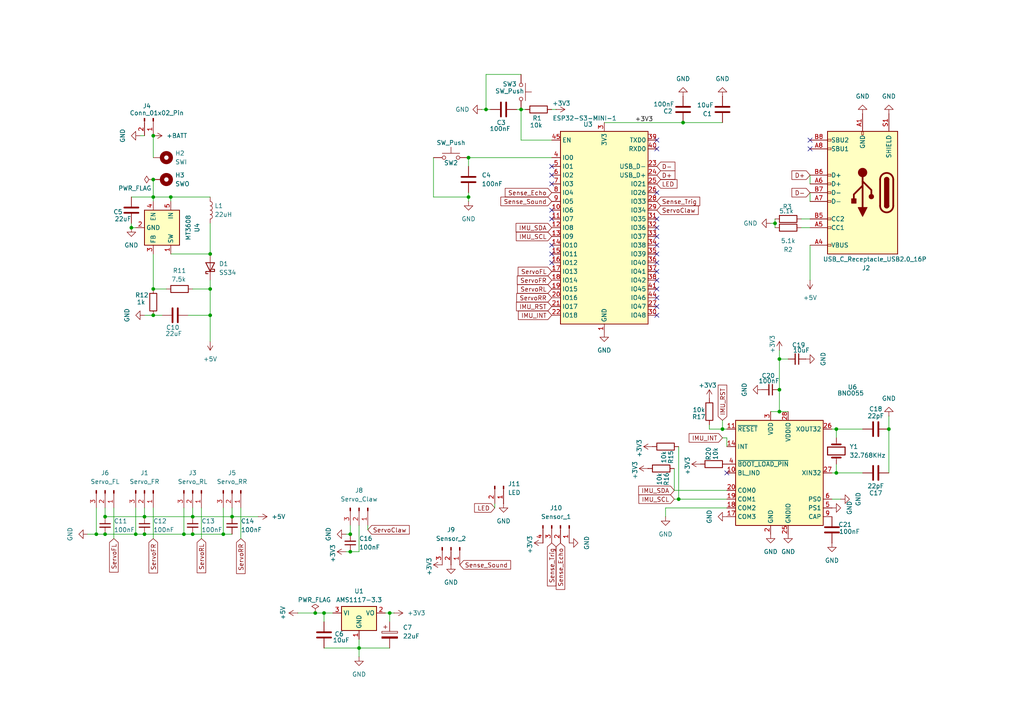
<source format=kicad_sch>
(kicad_sch (version 20250114) (generator "eeschema") (generator_version "9.0")
  (paper "A4")
  (title_block (title "Rover Board") (date "2025-06-24"))
  (lib_symbols
    (symbol "Connector:Conn_01x02_Pin" (pin_names (offset 1.016) (hide yes))
      (property "Reference" "J" (at 0 2.54 0))
      (property "Value" "Conn_01x02_Pin" (at 0 -5.08 0))
      (symbol "Conn_01x02_Pin_1_1"
        (pin passive line (at 5.08 0 180) (length 3.81) (name "Pin_1") (number "1"))
        (pin passive line (at 5.08 -2.54 180) (length 3.81) (name "Pin_2") (number "2"))
      )
    )
    (symbol "Connector:Conn_01x03_Pin" (pin_names (offset 1.016) (hide yes))
      (property "Reference" "J" (at 0 5.08 0))
      (property "Value" "Conn_01x03_Pin" (at 0 -5.08 0))
      (symbol "Conn_01x03_Pin_1_1"
        (pin passive line (at 5.08 2.54 180) (length 3.81) (name "Pin_1") (number "1"))
        (pin passive line (at 5.08 0 180) (length 3.81) (name "Pin_2") (number "2"))
        (pin passive line (at 5.08 -2.54 180) (length 3.81) (name "Pin_3") (number "3"))
      )
    )
    (symbol "Connector:Conn_01x04_Pin" (pin_names (offset 1.016) (hide yes))
      (property "Reference" "J" (at 0 5.08 0))
      (property "Value" "Conn_01x04_Pin" (at 0 -7.62 0))
      (symbol "Conn_01x04_Pin_1_1"
        (pin passive line (at 5.08 2.54 180) (length 3.81) (name "Pin_1") (number "1"))
        (pin passive line (at 5.08 0 180) (length 3.81) (name "Pin_2") (number "2"))
        (pin passive line (at 5.08 -2.54 180) (length 3.81) (name "Pin_3") (number "3"))
        (pin passive line (at 5.08 -5.08 180) (length 3.81) (name "Pin_4") (number "4"))
      )
    )
    (symbol "Connector:USB_C_Receptacle_USB2.0_16P" (pin_names (offset 1.016))
      (property "Reference" "J" (at 0 22.225 0))
      (property "Value" "USB_C_Receptacle_USB2.0_16P" (at 0 19.685 0))
      (symbol "USB_C_Receptacle_USB2.0_16P_1_1"
        (pin passive line (at -7.62 -22.86 90) (length 5.08) (name "SHIELD") (number "S1"))
        (pin passive line (at 0 -22.86 90) (length 5.08) (name "GND") (number "A1"))
        (pin passive line (at 0 -22.86 90) (length 5.08) (hide yes) (name "GND") (number "A12"))
        (pin passive line (at 0 -22.86 90) (length 5.08) (hide yes) (name "GND") (number "B1"))
        (pin passive line (at 0 -22.86 90) (length 5.08) (hide yes) (name "GND") (number "B12"))
        (pin passive line (at 15.24 15.24 180) (length 5.08) (name "VBUS") (number "A4"))
        (pin passive line (at 15.24 15.24 180) (length 5.08) (hide yes) (name "VBUS") (number "A9"))
        (pin passive line (at 15.24 15.24 180) (length 5.08) (hide yes) (name "VBUS") (number "B4"))
        (pin passive line (at 15.24 15.24 180) (length 5.08) (hide yes) (name "VBUS") (number "B9"))
        (pin bidirectional line (at 15.24 10.16 180) (length 5.08) (name "CC1") (number "A5"))
        (pin bidirectional line (at 15.24 7.62 180) (length 5.08) (name "CC2") (number "B5"))
        (pin bidirectional line (at 15.24 2.54 180) (length 5.08) (name "D-") (number "A7"))
        (pin bidirectional line (at 15.24 0 180) (length 5.08) (name "D-") (number "B7"))
        (pin bidirectional line (at 15.24 -2.54 180) (length 5.08) (name "D+") (number "A6"))
        (pin bidirectional line (at 15.24 -5.08 180) (length 5.08) (name "D+") (number "B6"))
        (pin bidirectional line (at 15.24 -12.7 180) (length 5.08) (name "SBU1") (number "A8"))
        (pin bidirectional line (at 15.24 -15.24 180) (length 5.08) (name "SBU2") (number "B8"))
      )
    )
    (symbol "Device:C" (pin_numbers (hide yes)) (pin_names (offset 0.254))
      (property "Reference" "C" (at 0.635 2.54 0))
      (property "Value" "C" (at 0.635 -2.54 0))
      (symbol "C_1_1"
        (pin passive line (at 0 3.81 270) (length 2.794) (name "~") (number "1"))
        (pin passive line (at 0 -3.81 90) (length 2.794) (name "~") (number "2"))
      )
    )
    (symbol "Device:C_Polarized" (pin_numbers (hide yes)) (pin_names (offset 0.254))
      (property "Reference" "C" (at 0.635 2.54 0))
      (property "Value" "C_Polarized" (at 0.635 -2.54 0))
      (symbol "C_Polarized_1_1"
        (pin passive line (at 0 3.81 270) (length 2.794) (name "~") (number "1"))
        (pin passive line (at 0 -3.81 90) (length 2.794) (name "~") (number "2"))
      )
    )
    (symbol "Device:C_Small" (pin_numbers (hide yes)) (pin_names (offset 0.254) (hide yes))
      (property "Reference" "C" (at 0.254 1.778 0))
      (property "Value" "C_Small" (at 0.254 -2.032 0))
      (symbol "C_Small_1_1"
        (pin passive line (at 0 2.54 270) (length 2.032) (name "~") (number "1"))
        (pin passive line (at 0 -2.54 90) (length 2.032) (name "~") (number "2"))
      )
    )
    (symbol "Device:Crystal" (pin_numbers (hide yes)) (pin_names (offset 1.016) (hide yes))
      (property "Reference" "Y" (at 0 3.81 0))
      (property "Value" "Crystal" (at 0 -3.81 0))
      (symbol "Crystal_1_1"
        (pin passive line (at -3.81 0 0) (length 1.27) (name "1") (number "1"))
        (pin passive line (at 3.81 0 180) (length 1.27) (name "2") (number "2"))
      )
    )
    (symbol "Device:L" (pin_numbers (hide yes)) (pin_names (offset 1.016) (hide yes))
      (property "Reference" "L" (at -1.27 0 90))
      (property "Value" "L" (at 1.905 0 90))
      (symbol "L_1_1"
        (pin passive line (at 0 3.81 270) (length 1.27) (name "1") (number "1"))
        (pin passive line (at 0 -3.81 90) (length 1.27) (name "2") (number "2"))
      )
    )
    (symbol "Device:R" (pin_numbers (hide yes)) (pin_names (offset 0))
      (property "Reference" "R" (at 2.032 0 90))
      (property "Value" "R" (at 0 0 90))
      (symbol "R_1_1"
        (pin passive line (at 0 3.81 270) (length 1.27) (name "~") (number "1"))
        (pin passive line (at 0 -3.81 90) (length 1.27) (name "~") (number "2"))
      )
    )
    (symbol "Diode:SS34" (pin_numbers (hide yes)) (pin_names (offset 1.016) (hide yes))
      (property "Reference" "D" (at 0 2.54 0))
      (property "Value" "SS34" (at 0 -2.54 0))
      (symbol "SS34_1_1"
        (pin passive line (at -3.81 0 0) (length 2.54) (name "K") (number "1"))
        (pin passive line (at 3.81 0 180) (length 2.54) (name "A") (number "2"))
      )
    )
    (symbol "Mechanical:MountingHole_Pad" (pin_numbers (hide yes)) (pin_names (offset 1.016) (hide yes)) (in_bom no)
      (property "Reference" "H" (at 0 6.35 0))
      (property "Value" "MountingHole_Pad" (at 0 4.445 0))
      (symbol "MountingHole_Pad_1_1"
        (pin input line (at 0 -2.54 90) (length 2.54) (name "1") (number "1"))
      )
    )
    (symbol "RF_Module:ESP32-S3-MINI-1"
      (property "Reference" "U" (at -11.43 29.21 0))
      (property "Value" "ESP32-S3-MINI-1" (at 12.7 29.21 0))
      (symbol "ESP32-S3-MINI-1_1_1"
        (pin input line (at -15.24 25.4 0) (length 2.54) (name "EN") (number "45"))
        (pin bidirectional line (at -15.24 20.32 0) (length 2.54) (name "IO0") (number "4"))
        (pin bidirectional line (at -15.24 17.78 0) (length 2.54) (name "IO1") (number "5"))
        (pin bidirectional line (at -15.24 15.24 0) (length 2.54) (name "IO2") (number "6"))
        (pin bidirectional line (at -15.24 12.7 0) (length 2.54) (name "IO3") (number "7"))
        (pin bidirectional line (at -15.24 10.16 0) (length 2.54) (name "IO4") (number "8"))
        (pin bidirectional line (at -15.24 7.62 0) (length 2.54) (name "IO5") (number "9"))
        (pin bidirectional line (at -15.24 5.08 0) (length 2.54) (name "IO6") (number "10"))
        (pin bidirectional line (at -15.24 2.54 0) (length 2.54) (name "IO7") (number "11"))
        (pin bidirectional line (at -15.24 0 0) (length 2.54) (name "IO8") (number "12"))
        (pin bidirectional line (at -15.24 -2.54 0) (length 2.54) (name "IO9") (number "13"))
        (pin bidirectional line (at -15.24 -5.08 0) (length 2.54) (name "IO10") (number "14"))
        (pin bidirectional line (at -15.24 -7.62 0) (length 2.54) (name "IO11") (number "15"))
        (pin bidirectional line (at -15.24 -10.16 0) (length 2.54) (name "IO12") (number "16"))
        (pin bidirectional line (at -15.24 -12.7 0) (length 2.54) (name "IO13") (number "17"))
        (pin bidirectional line (at -15.24 -15.24 0) (length 2.54) (name "IO14") (number "18"))
        (pin bidirectional line (at -15.24 -17.78 0) (length 2.54) (name "IO15") (number "19"))
        (pin bidirectional line (at -15.24 -20.32 0) (length 2.54) (name "IO16") (number "20"))
        (pin bidirectional line (at -15.24 -22.86 0) (length 2.54) (name "IO17") (number "21"))
        (pin bidirectional line (at -15.24 -25.4 0) (length 2.54) (name "IO18") (number "22"))
        (pin power_in line (at 0 30.48 270) (length 2.54) (name "3V3") (number "3"))
        (pin power_in line (at 0 -30.48 90) (length 2.54) (name "GND") (number "1"))
        (pin passive line (at 0 -30.48 90) (length 2.54) (hide yes) (name "GND") (number "2"))
        (pin passive line (at 0 -30.48 90) (length 2.54) (hide yes) (name "GND") (number "42"))
        (pin passive line (at 0 -30.48 90) (length 2.54) (hide yes) (name "GND") (number "43"))
        (pin passive line (at 0 -30.48 90) (length 2.54) (hide yes) (name "GND") (number "46"))
        (pin passive line (at 0 -30.48 90) (length 2.54) (hide yes) (name "GND") (number "47"))
        (pin passive line (at 0 -30.48 90) (length 2.54) (hide yes) (name "GND") (number "48"))
        (pin passive line (at 0 -30.48 90) (length 2.54) (hide yes) (name "GND") (number "49"))
        (pin passive line (at 0 -30.48 90) (length 2.54) (hide yes) (name "GND") (number "50"))
        (pin passive line (at 0 -30.48 90) (length 2.54) (hide yes) (name "GND") (number "51"))
        (pin passive line (at 0 -30.48 90) (length 2.54) (hide yes) (name "GND") (number "52"))
        (pin passive line (at 0 -30.48 90) (length 2.54) (hide yes) (name "GND") (number "53"))
        (pin passive line (at 0 -30.48 90) (length 2.54) (hide yes) (name "GND") (number "54"))
        (pin passive line (at 0 -30.48 90) (length 2.54) (hide yes) (name "GND") (number "55"))
        (pin passive line (at 0 -30.48 90) (length 2.54) (hide yes) (name "GND") (number "56"))
        (pin passive line (at 0 -30.48 90) (length 2.54) (hide yes) (name "GND") (number "57"))
        (pin passive line (at 0 -30.48 90) (length 2.54) (hide yes) (name "GND") (number "58"))
        (pin passive line (at 0 -30.48 90) (length 2.54) (hide yes) (name "GND") (number "59"))
        (pin passive line (at 0 -30.48 90) (length 2.54) (hide yes) (name "GND") (number "60"))
        (pin passive line (at 0 -30.48 90) (length 2.54) (hide yes) (name "GND") (number "61"))
        (pin passive line (at 0 -30.48 90) (length 2.54) (hide yes) (name "GND") (number "62"))
        (pin passive line (at 0 -30.48 90) (length 2.54) (hide yes) (name "GND") (number "63"))
        (pin passive line (at 0 -30.48 90) (length 2.54) (hide yes) (name "GND") (number "64"))
        (pin passive line (at 0 -30.48 90) (length 2.54) (hide yes) (name "GND") (number "65"))
        (pin bidirectional line (at 15.24 25.4 180) (length 2.54) (name "TXD0") (number "39"))
        (pin bidirectional line (at 15.24 22.86 180) (length 2.54) (name "RXD0") (number "40"))
        (pin bidirectional line (at 15.24 17.78 180) (length 2.54) (name "USB_D-") (number "23"))
        (pin bidirectional line (at 15.24 15.24 180) (length 2.54) (name "USB_D+") (number "24"))
        (pin bidirectional line (at 15.24 12.7 180) (length 2.54) (name "IO21") (number "25"))
        (pin bidirectional line (at 15.24 10.16 180) (length 2.54) (name "IO26") (number "26"))
        (pin bidirectional line (at 15.24 7.62 180) (length 2.54) (name "IO33") (number "28"))
        (pin bidirectional line (at 15.24 5.08 180) (length 2.54) (name "IO34") (number "29"))
        (pin bidirectional line (at 15.24 2.54 180) (length 2.54) (name "IO35") (number "31"))
        (pin bidirectional line (at 15.24 0 180) (length 2.54) (name "IO36") (number "32"))
        (pin bidirectional line (at 15.24 -2.54 180) (length 2.54) (name "IO37") (number "33"))
        (pin bidirectional line (at 15.24 -5.08 180) (length 2.54) (name "IO38") (number "34"))
        (pin bidirectional line (at 15.24 -7.62 180) (length 2.54) (name "IO39") (number "35"))
        (pin bidirectional line (at 15.24 -10.16 180) (length 2.54) (name "IO40") (number "36"))
        (pin bidirectional line (at 15.24 -12.7 180) (length 2.54) (name "IO41") (number "37"))
        (pin bidirectional line (at 15.24 -15.24 180) (length 2.54) (name "IO42") (number "38"))
        (pin bidirectional line (at 15.24 -17.78 180) (length 2.54) (name "IO45") (number "41"))
        (pin bidirectional line (at 15.24 -20.32 180) (length 2.54) (name "IO46") (number "44"))
        (pin bidirectional line (at 15.24 -22.86 180) (length 2.54) (name "IO47") (number "27"))
        (pin bidirectional line (at 15.24 -25.4 180) (length 2.54) (name "IO48") (number "30"))
      )
    )
    (symbol "Regulator_Linear:AMS1117-3.3"
      (property "Reference" "U" (at -3.81 3.175 0))
      (property "Value" "AMS1117-3.3" (at 0 3.175 0))
      (symbol "AMS1117-3.3_1_1"
        (pin power_in line (at -7.62 0 0) (length 2.54) (name "VI") (number "3"))
        (pin power_in line (at 0 -7.62 90) (length 2.54) (name "GND") (number "1"))
        (pin power_out line (at 7.62 0 180) (length 2.54) (name "VO") (number "2"))
      )
    )
    (symbol "Regulator_Switching:MT3608"
      (property "Reference" "U" (at -2.54 8.89 0))
      (property "Value" "MT3608" (at -3.81 6.35 0))
      (symbol "MT3608_1_1"
        (pin power_in line (at -7.62 2.54 0) (length 2.54) (name "IN") (number "5"))
        (pin input line (at -7.62 -2.54 0) (length 2.54) (name "EN") (number "4"))
        (pin power_in line (at 0 -7.62 90) (length 2.54) (name "GND") (number "2"))
        (pin no_connect line (at 5.08 0 180) (length 2.54) (hide yes) (name "NC") (number "6"))
        (pin passive line (at 7.62 2.54 180) (length 2.54) (name "SW") (number "1"))
        (pin input line (at 7.62 -2.54 180) (length 2.54) (name "FB") (number "3"))
      )
    )
    (symbol "Sensor_Motion:BNO055"
      (property "Reference" "U" (at -11.43 16.51 0))
      (property "Value" "BNO055" (at 12.7 16.51 0))
      (symbol "BNO055_1_1"
        (pin input line (at -15.24 12.7 0) (length 2.54) (name "~{RESET}") (number "11"))
        (pin output line (at -15.24 7.62 0) (length 2.54) (name "INT") (number "14"))
        (pin input line (at -15.24 2.54 0) (length 2.54) (name "~{BOOT_LOAD_PIN}") (number "4"))
        (pin output line (at -15.24 0 0) (length 2.54) (name "BL_IND") (number "10"))
        (pin bidirectional line (at -15.24 -5.08 0) (length 2.54) (name "COM0") (number "20"))
        (pin bidirectional line (at -15.24 -7.62 0) (length 2.54) (name "COM1") (number "19"))
        (pin passive line (at -15.24 -10.16 0) (length 2.54) (name "COM2") (number "18"))
        (pin input line (at -15.24 -12.7 0) (length 2.54) (name "COM3") (number "17"))
        (pin no_connect line (at -12.7 10.16 0) (length 2.54) (hide yes) (name "PIN1") (number "1"))
        (pin no_connect line (at -12.7 5.08 0) (length 2.54) (hide yes) (name "PIN7") (number "7"))
        (pin no_connect line (at -12.7 -2.54 0) (length 2.54) (hide yes) (name "PIN8") (number "8"))
        (pin power_in line (at -2.54 17.78 270) (length 2.54) (name "VDD") (number "3"))
        (pin power_in line (at -2.54 -17.78 90) (length 2.54) (name "GND") (number "2"))
        (pin power_in line (at 2.54 17.78 270) (length 2.54) (name "VDDIO") (number "28"))
        (pin power_in line (at 2.54 -17.78 90) (length 2.54) (name "GNDIO") (number "25"))
        (pin no_connect line (at 5.08 -15.24 90) (length 2.54) (hide yes) (name "PIN15") (number "15"))
        (pin no_connect line (at 7.62 -15.24 90) (length 2.54) (hide yes) (name "PIN16") (number "16"))
        (pin no_connect line (at 12.7 10.16 180) (length 2.54) (hide yes) (name "PIN12") (number "12"))
        (pin no_connect line (at 12.7 7.62 180) (length 2.54) (hide yes) (name "PIN13") (number "13"))
        (pin no_connect line (at 12.7 5.08 180) (length 2.54) (hide yes) (name "PIN21") (number "21"))
        (pin no_connect line (at 12.7 2.54 180) (length 2.54) (hide yes) (name "PIN22") (number "22"))
        (pin no_connect line (at 12.7 -2.54 180) (length 2.54) (hide yes) (name "PIN23") (number "23"))
        (pin no_connect line (at 12.7 -5.08 180) (length 2.54) (hide yes) (name "PIN24") (number "24"))
        (pin output line (at 15.24 12.7 180) (length 2.54) (name "XOUT32") (number "26"))
        (pin input line (at 15.24 0 180) (length 2.54) (name "XIN32") (number "27"))
        (pin input line (at 15.24 -7.62 180) (length 2.54) (name "PS0") (number "6"))
        (pin input line (at 15.24 -10.16 180) (length 2.54) (name "PS1") (number "5"))
        (pin passive line (at 15.24 -12.7 180) (length 2.54) (name "CAP") (number "9"))
      )
    )
    (symbol "Switch:SW_Push" (pin_numbers (hide yes)) (pin_names (offset 1.016) (hide yes))
      (property "Reference" "SW" (at 1.27 2.54 0))
      (property "Value" "SW_Push" (at 0 -1.524 0))
      (symbol "SW_Push_0_1"
        (pin passive line (at -5.08 0 0) (length 2.54) (name "1") (number "1"))
        (pin passive line (at 5.08 0 180) (length 2.54) (name "2") (number "2"))
      )
    )
    (symbol "power:+3V3" (power) (pin_numbers (hide yes)) (pin_names (offset 0) (hide yes))
      (property "Value" "+3V3" (at 0 3.556 0))
      (symbol "+3V3_1_1"
        (pin power_in line (at 0 0 90) (length 0) (name "~") (number "1"))
      )
    )
    (symbol "power:+5V" (power) (pin_numbers (hide yes)) (pin_names (offset 0) (hide yes))
      (property "Value" "+5V" (at 0 3.556 0))
      (symbol "+5V_1_1"
        (pin power_in line (at 0 0 90) (length 0) (name "~") (number "1"))
      )
    )
    (symbol "power:+BATT" (power) (pin_numbers (hide yes)) (pin_names (offset 0) (hide yes))
      (property "Value" "+BATT" (at 0 3.556 0))
      (symbol "+BATT_1_1"
        (pin power_in line (at 0 0 90) (length 0) (name "~") (number "1"))
      )
    )
    (symbol "power:GND" (power) (pin_numbers (hide yes)) (pin_names (offset 0) (hide yes))
      (property "Value" "GND" (at 0 -3.81 0))
      (symbol "GND_1_1"
        (pin power_in line (at 0 0 270) (length 0) (name "~") (number "1"))
      )
    )
    (symbol "power:PWR_FLAG" (power) (pin_numbers (hide yes)) (pin_names (offset 0) (hide yes))
      (property "Value" "PWR_FLAG" (at 0 3.81 0))
      (symbol "PWR_FLAG_0_0"
        (pin power_out line (at 0 0 90) (length 0) (name "~") (number "1"))
      )
    )
  )
  (junction (at 151.13 31.75))
  (junction (at 60.96 91.44))
  (junction (at 135.89 45.72))
  (junction (at 101.6 160.02))
  (junction (at 44.45 83.82))
  (junction (at 44.45 39.37))
  (junction (at 93.98 177.8))
  (junction (at 113.03 177.8))
  (junction (at 242.57 137.16))
  (junction (at 60.96 73.66))
  (junction (at 226.06 113.03))
  (junction (at 44.45 57.15))
  (junction (at 39.37 154.94))
  (junction (at 55.88 149.86))
  (junction (at 44.45 52.07))
  (junction (at 44.45 91.44))
  (junction (at 41.91 149.86))
  (junction (at 101.6 154.94))
  (junction (at 60.96 83.82))
  (junction (at 30.48 154.94))
  (junction (at 91.44 177.8))
  (junction (at 38.1 66.04))
  (junction (at 67.31 149.86))
  (junction (at 41.91 154.94))
  (junction (at 55.88 154.94))
  (junction (at 224.79 64.77))
  (junction (at 209.55 124.46))
  (junction (at 135.89 57.15))
  (junction (at 30.48 149.86))
  (junction (at 257.81 124.46))
  (junction (at 242.57 124.46))
  (junction (at 140.97 31.75))
  (junction (at 53.34 154.94))
  (junction (at 49.53 57.15))
  (junction (at 104.14 187.96))
  (junction (at 64.77 154.94))
  (junction (at 226.06 104.14))
  (junction (at 198.12 35.56))
  (junction (at 226.06 119.38))
  (junction (at 196.85 144.78))
  (junction (at 27.94 154.94))
  (no_connect (at 190.5 71.12))
  (no_connect (at 160.02 76.2))
  (no_connect (at 160.02 48.26))
  (no_connect (at 234.95 43.18))
  (no_connect (at 190.5 91.44))
  (no_connect (at 190.5 88.9))
  (no_connect (at 190.5 63.5))
  (no_connect (at 190.5 76.2))
  (no_connect (at 160.02 50.8))
  (no_connect (at 190.5 81.28))
  (no_connect (at 160.02 53.34))
  (no_connect (at 190.5 86.36))
  (no_connect (at 190.5 83.82))
  (no_connect (at 190.5 68.58))
  (no_connect (at 190.5 55.88))
  (no_connect (at 190.5 40.64))
  (no_connect (at 160.02 63.5))
  (no_connect (at 190.5 78.74))
  (no_connect (at 160.02 73.66))
  (no_connect (at 234.95 40.64))
  (no_connect (at 160.02 60.96))
  (no_connect (at 190.5 43.18))
  (no_connect (at 190.5 73.66))
  (no_connect (at 190.5 66.04))
  (no_connect (at 160.02 71.12))
  (no_connect (at 210.82 137.16))
  (wire (pts (xy 104.14 185.42) (xy 104.14 187.96)))
  (wire (pts (xy 193.04 147.32) (xy 193.04 149.86)))
  (wire (pts (xy 195.58 135.89) (xy 195.58 142.24)))
  (wire (pts (xy 93.98 187.96) (xy 104.14 187.96)))
  (wire (pts (xy 41.91 149.86) (xy 55.88 149.86)))
  (wire (pts (xy 257.81 137.16) (xy 257.81 124.46)))
  (wire (pts (xy 44.45 57.15) (xy 38.1 57.15)))
  (wire (pts (xy 55.88 154.94) (xy 64.77 154.94)))
  (wire (pts (xy 135.89 45.72) (xy 160.02 45.72)))
  (wire (pts (xy 27.94 154.94) (xy 30.48 154.94)))
  (wire (pts (xy 44.45 91.44) (xy 46.99 91.44)))
  (wire (pts (xy 53.34 154.94) (xy 55.88 154.94)))
  (wire (pts (xy 93.98 177.8) (xy 93.98 180.34)))
  (wire (pts (xy 91.44 177.8) (xy 93.98 177.8)))
  (wire (pts (xy 60.96 91.44) (xy 60.96 99.06)))
  (wire (pts (xy 49.53 57.15) (xy 49.53 58.42)))
  (wire (pts (xy 104.14 160.02) (xy 101.6 160.02)))
  (wire (pts (xy 234.95 66.04) (xy 232.41 66.04)))
  (wire (pts (xy 135.89 57.15) (xy 135.89 55.88)))
  (wire (pts (xy 41.91 91.44) (xy 44.45 91.44)))
  (wire (pts (xy 113.03 177.8) (xy 114.3 177.8)))
  (wire (pts (xy 209.55 127) (xy 210.82 127)))
  (wire (pts (xy 135.89 45.72) (xy 135.89 48.26)))
  (wire (pts (xy 205.74 124.46) (xy 209.55 124.46)))
  (wire (pts (xy 30.48 149.86) (xy 30.48 147.32)))
  (wire (pts (xy 242.57 134.62) (xy 242.57 137.16)))
  (wire (pts (xy 33.02 147.32) (xy 33.02 156.21)))
  (wire (pts (xy 226.06 113.03) (xy 226.06 119.38)))
  (wire (pts (xy 257.81 124.46) (xy 257.81 120.65)))
  (wire (pts (xy 44.45 57.15) (xy 44.45 58.42)))
  (wire (pts (xy 226.06 119.38) (xy 228.6 119.38)))
  (wire (pts (xy 41.91 39.37) (xy 40.64 39.37)))
  (wire (pts (xy 234.95 50.8) (xy 234.95 53.34)))
  (wire (pts (xy 224.79 66.04) (xy 224.79 64.77)))
  (wire (pts (xy 67.31 149.86) (xy 55.88 149.86)))
  (wire (pts (xy 143.51 147.32) (xy 143.51 146.05)))
  (wire (pts (xy 140.97 31.75) (xy 142.24 31.75)))
  (wire (pts (xy 125.73 45.72) (xy 125.73 57.15)))
  (wire (pts (xy 60.96 81.28) (xy 60.96 83.82)))
  (wire (pts (xy 195.58 144.78) (xy 196.85 144.78)))
  (wire (pts (xy 30.48 149.86) (xy 41.91 149.86)))
  (wire (pts (xy 226.06 101.6) (xy 226.06 104.14)))
  (wire (pts (xy 196.85 144.78) (xy 210.82 144.78)))
  (wire (pts (xy 151.13 31.75) (xy 149.86 31.75)))
  (wire (pts (xy 41.91 147.32) (xy 41.91 149.86)))
  (wire (pts (xy 234.95 55.88) (xy 234.95 58.42)))
  (wire (pts (xy 151.13 21.59) (xy 140.97 21.59)))
  (wire (pts (xy 234.95 71.12) (xy 234.95 81.28)))
  (wire (pts (xy 140.97 21.59) (xy 140.97 31.75)))
  (wire (pts (xy 113.03 177.8) (xy 113.03 180.34)))
  (wire (pts (xy 226.06 104.14) (xy 228.6 104.14)))
  (wire (pts (xy 27.94 147.32) (xy 27.94 154.94)))
  (wire (pts (xy 60.96 57.15) (xy 49.53 57.15)))
  (wire (pts (xy 205.74 124.46) (xy 205.74 123.19)))
  (wire (pts (xy 104.14 190.5) (xy 104.14 187.96)))
  (wire (pts (xy 60.96 64.77) (xy 60.96 73.66)))
  (wire (pts (xy 196.85 129.54) (xy 196.85 144.78)))
  (wire (pts (xy 64.77 154.94) (xy 64.77 147.32)))
  (wire (pts (xy 224.79 64.77) (xy 224.79 63.5)))
  (wire (pts (xy 44.45 147.32) (xy 44.45 156.21)))
  (wire (pts (xy 250.19 137.16) (xy 242.57 137.16)))
  (wire (pts (xy 101.6 154.94) (xy 101.6 152.4)))
  (wire (pts (xy 151.13 31.75) (xy 151.13 40.64)))
  (wire (pts (xy 25.4 154.94) (xy 27.94 154.94)))
  (wire (pts (xy 209.55 124.46) (xy 210.82 124.46)))
  (wire (pts (xy 104.14 187.96) (xy 113.03 187.96)))
  (wire (pts (xy 198.12 35.56) (xy 209.55 35.56)))
  (wire (pts (xy 161.29 31.75) (xy 160.02 31.75)))
  (wire (pts (xy 135.89 58.42) (xy 135.89 57.15)))
  (wire (pts (xy 195.58 142.24) (xy 210.82 142.24)))
  (wire (pts (xy 55.88 83.82) (xy 60.96 83.82)))
  (wire (pts (xy 55.88 147.32) (xy 55.88 149.86)))
  (wire (pts (xy 125.73 57.15) (xy 135.89 57.15)))
  (wire (pts (xy 58.42 147.32) (xy 58.42 156.21)))
  (wire (pts (xy 44.45 52.07) (xy 44.45 57.15)))
  (wire (pts (xy 242.57 137.16) (xy 241.3 137.16)))
  (wire (pts (xy 44.45 39.37) (xy 44.45 45.72)))
  (wire (pts (xy 101.6 160.02) (xy 100.33 160.02)))
  (wire (pts (xy 139.7 31.75) (xy 140.97 31.75)))
  (wire (pts (xy 209.55 121.92) (xy 209.55 124.46)))
  (wire (pts (xy 60.96 73.66) (xy 49.53 73.66)))
  (wire (pts (xy 242.57 124.46) (xy 241.3 124.46)))
  (wire (pts (xy 39.37 154.94) (xy 41.91 154.94)))
  (wire (pts (xy 54.61 91.44) (xy 60.96 91.44)))
  (wire (pts (xy 223.52 64.77) (xy 224.79 64.77)))
  (wire (pts (xy 232.41 63.5) (xy 234.95 63.5)))
  (wire (pts (xy 44.45 83.82) (xy 48.26 83.82)))
  (wire (pts (xy 226.06 104.14) (xy 226.06 113.03)))
  (wire (pts (xy 44.45 73.66) (xy 44.45 83.82)))
  (wire (pts (xy 64.77 154.94) (xy 67.31 154.94)))
  (wire (pts (xy 243.84 144.78) (xy 241.3 144.78)))
  (wire (pts (xy 41.91 154.94) (xy 53.34 154.94)))
  (wire (pts (xy 53.34 147.32) (xy 53.34 154.94)))
  (wire (pts (xy 210.82 127) (xy 210.82 129.54)))
  (wire (pts (xy 152.4 31.75) (xy 151.13 31.75)))
  (wire (pts (xy 210.82 147.32) (xy 193.04 147.32)))
  (wire (pts (xy 223.52 119.38) (xy 226.06 119.38)))
  (wire (pts (xy 30.48 154.94) (xy 39.37 154.94)))
  (wire (pts (xy 49.53 57.15) (xy 44.45 57.15)))
  (wire (pts (xy 38.1 64.77) (xy 38.1 66.04)))
  (wire (pts (xy 69.85 147.32) (xy 69.85 156.21)))
  (wire (pts (xy 151.13 40.64) (xy 160.02 40.64)))
  (wire (pts (xy 86.36 177.8) (xy 91.44 177.8)))
  (wire (pts (xy 175.26 35.56) (xy 198.12 35.56)))
  (wire (pts (xy 39.37 66.04) (xy 38.1 66.04)))
  (wire (pts (xy 106.68 153.67) (xy 106.68 152.4)))
  (wire (pts (xy 113.03 177.8) (xy 111.76 177.8)))
  (wire (pts (xy 39.37 147.32) (xy 39.37 154.94)))
  (wire (pts (xy 67.31 149.86) (xy 74.93 149.86)))
  (wire (pts (xy 104.14 152.4) (xy 104.14 160.02)))
  (wire (pts (xy 93.98 177.8) (xy 96.52 177.8)))
  (wire (pts (xy 250.19 124.46) (xy 242.57 124.46)))
  (wire (pts (xy 67.31 149.86) (xy 67.31 147.32)))
  (wire (pts (xy 100.33 154.94) (xy 101.6 154.94)))
  (wire (pts (xy 60.96 83.82) (xy 60.96 91.44)))
  (wire (pts (xy 242.57 124.46) (xy 242.57 127)))
  (label "+3V3" (at 184.15 35.56 0))
  (global_label "Sense_Echo" (shape input) (at 162.56 157.48 270) (property "Intersheetrefs" "${INTERSHEET_REFS}" (effects (hide yes))))
  (global_label "IMU_SDA" (shape input) (at 160.02 66.04 180) (property "Intersheetrefs" "${INTERSHEET_REFS}" (effects (hide yes))))
  (global_label "ServoRL" (shape input) (at 58.42 156.21 270) (property "Intersheetrefs" "${INTERSHEET_REFS}" (effects (hide yes))))
  (global_label "ServoFL" (shape input) (at 160.02 78.74 180) (property "Intersheetrefs" "${INTERSHEET_REFS}" (effects (hide yes))))
  (global_label "D-" (shape input) (at 190.5 48.26 0) (property "Intersheetrefs" "${INTERSHEET_REFS}" (effects (hide yes))))
  (global_label "ServoRL" (shape input) (at 160.02 83.82 180) (property "Intersheetrefs" "${INTERSHEET_REFS}" (effects (hide yes))))
  (global_label "IMU_SCL" (shape input) (at 195.58 144.78 180) (property "Intersheetrefs" "${INTERSHEET_REFS}" (effects (hide yes))))
  (global_label "ServoClaw" (shape input) (at 190.5 60.96 0) (property "Intersheetrefs" "${INTERSHEET_REFS}" (effects (hide yes))))
  (global_label "Sense_Trig" (shape input) (at 190.5 58.42 0) (property "Intersheetrefs" "${INTERSHEET_REFS}" (effects (hide yes))))
  (global_label "IMU_SDA" (shape input) (at 195.58 142.24 180) (property "Intersheetrefs" "${INTERSHEET_REFS}" (effects (hide yes))))
  (global_label "ServoClaw" (shape input) (at 106.68 153.67 0) (property "Intersheetrefs" "${INTERSHEET_REFS}" (effects (hide yes))))
  (global_label "LED" (shape input) (at 190.5 53.34 0) (property "Intersheetrefs" "${INTERSHEET_REFS}" (effects (hide yes))))
  (global_label "Sense_Trig" (shape input) (at 160.02 157.48 270) (property "Intersheetrefs" "${INTERSHEET_REFS}" (effects (hide yes))))
  (global_label "ServoFR" (shape input) (at 44.45 156.21 270) (property "Intersheetrefs" "${INTERSHEET_REFS}" (effects (hide yes))))
  (global_label "LED" (shape input) (at 143.51 147.32 180) (property "Intersheetrefs" "${INTERSHEET_REFS}" (effects (hide yes))))
  (global_label "IMU_SCL" (shape input) (at 160.02 68.58 180) (property "Intersheetrefs" "${INTERSHEET_REFS}" (effects (hide yes))))
  (global_label "ServoFL" (shape input) (at 33.02 156.21 270) (property "Intersheetrefs" "${INTERSHEET_REFS}" (effects (hide yes))))
  (global_label "Sense_Sound" (shape input) (at 133.35 163.83 0) (property "Intersheetrefs" "${INTERSHEET_REFS}" (effects (hide yes))))
  (global_label "D-" (shape input) (at 234.95 55.88 180) (property "Intersheetrefs" "${INTERSHEET_REFS}" (effects (hide yes))))
  (global_label "D+" (shape input) (at 190.5 50.8 0) (property "Intersheetrefs" "${INTERSHEET_REFS}" (effects (hide yes))))
  (global_label "ServoRR" (shape input) (at 160.02 86.36 180) (property "Intersheetrefs" "${INTERSHEET_REFS}" (effects (hide yes))))
  (global_label "IMU_INT" (shape input) (at 209.55 127 180) (property "Intersheetrefs" "${INTERSHEET_REFS}" (effects (hide yes))))
  (global_label "IMU_INT" (shape input) (at 160.02 91.44 180) (property "Intersheetrefs" "${INTERSHEET_REFS}" (effects (hide yes))))
  (global_label "ServoRR" (shape input) (at 69.85 156.21 270) (property "Intersheetrefs" "${INTERSHEET_REFS}" (effects (hide yes))))
  (global_label "D+" (shape input) (at 234.95 50.8 180) (property "Intersheetrefs" "${INTERSHEET_REFS}" (effects (hide yes))))
  (global_label "IMU_RST" (shape input) (at 209.55 121.92 90) (property "Intersheetrefs" "${INTERSHEET_REFS}" (effects (hide yes))))
  (global_label "Sense_Sound" (shape input) (at 160.02 58.42 180) (property "Intersheetrefs" "${INTERSHEET_REFS}" (effects (hide yes))))
  (global_label "ServoFR" (shape input) (at 160.02 81.28 180) (property "Intersheetrefs" "${INTERSHEET_REFS}" (effects (hide yes))))
  (global_label "Sense_Echo" (shape input) (at 160.02 55.88 180) (property "Intersheetrefs" "${INTERSHEET_REFS}" (effects (hide yes))))
  (global_label "IMU_RST" (shape input) (at 160.02 88.9 180) (property "Intersheetrefs" "${INTERSHEET_REFS}" (effects (hide yes))))
  (symbol (lib_id "Connector:Conn_01x03_Pin") (at 104.14 147.32 270) (unit 1)
    (property "Reference" "J8" (at 104.14 142.24 90))
    (property "Value" "Servo_Claw" (at 104.14 144.78 90))
    (property "Footprint" "Connector_PinHeader_2.54mm:PinHeader_1x03_P2.54mm_Vertical" (effects (hide yes)))
    (property "Description" "Generic connector, single row, 01x03, script generated" (effects (hide yes)))
  )
  (symbol (lib_id "Connector:Conn_01x03_Pin") (at 41.91 142.24 270) (unit 1)
    (property "Reference" "J1" (at 41.91 137.16 90))
    (property "Value" "Servo_FR" (at 41.91 139.7 90))
    (property "Footprint" "Connector_PinHeader_2.54mm:PinHeader_1x03_P2.54mm_Vertical" (effects (hide yes)))
    (property "Description" "Generic connector, single row, 01x03, script generated" (effects (hide yes)))
  )
  (symbol (lib_id "power:GND") (at 25.4 154.94 270) (unit 1)
    (property "Reference" "#PWR029" (effects (hide yes)))
    (property "Value" "GND" (at 20.32 154.94 0))
    (property "Description" "Power symbol creates a global label with name \"GND\" , ground" (effects (hide yes)))
  )
  (symbol (lib_id "power:GND") (at 100.33 154.94 270) (unit 1)
    (property "Reference" "#PWR038" (effects (hide yes)))
    (property "Value" "GND" (at 95.25 154.94 0))
    (property "Description" "Power symbol creates a global label with name \"GND\" , ground" (effects (hide yes)))
  )
  (symbol (lib_id "power:GND") (at 209.55 27.94 180) (unit 1)
    (property "Reference" "#PWR016" (effects (hide yes)))
    (property "Value" "GND" (at 209.55 22.86 0))
    (property "Description" "Power symbol creates a global label with name \"GND\" , ground" (effects (hide yes)))
  )
  (symbol (lib_id "power:GND") (at 175.26 96.52 0) (unit 1)
    (property "Reference" "#PWR05" (effects (hide yes)))
    (property "Value" "GND" (at 175.26 101.6 0))
    (property "Description" "Power symbol creates a global label with name \"GND\" , ground" (effects (hide yes)))
  )
  (symbol (lib_id "RF_Module:ESP32-S3-MINI-1") (at 175.26 66.04 0) (unit 1)
    (property "Reference" "U3" (at 169.164 36.068 0) (effects (justify left)))
    (property "Value" "ESP32-S3-MINI-1" (at 160.274 34.29 0) (effects (justify left)))
    (property "Footprint" "RF_Module:ESP32-S2-MINI-1" (effects (hide yes)))
    (property "Datasheet" "https://www.espressif.com/sites/default/files/documentation/esp32-s3-mini-1_mini-1u_datasheet_en.pdf" (effects (hide yes)))
    (property "Description" "RF Module, ESP32-S3 SoC, Wi-Fi 802.11b/g/n, Bluetooth, BLE, 32-bit, 3.3V, SMD, onboard antenna" (effects (hide yes)))
  )
  (symbol (lib_id "power:+3V3") (at 205.74 115.57 0) (unit 1)
    (property "Reference" "#PWR054" (effects (hide yes)))
    (property "Value" "+3V3" (at 205.232 111.76 0))
    (property "Description" "Power symbol creates a global label with name \"+3V3\"" (effects (hide yes)))
  )
  (symbol (lib_id "Mechanical:MountingHole_Pad") (at 46.99 52.07 270) (unit 1) (in_bom no)
    (property "Reference" "H3" (at 50.8 50.7999 90) (effects (justify left)))
    (property "Value" "SWO" (at 50.8 53.34 90) (effects (justify left)))
    (property "Footprint" "Connector_Wire:SolderWire-1.5sqmm_1x01_D1.7mm_OD3mm" (effects (hide yes)))
    (property "Description" "Mounting Hole with connection" (effects (hide yes)))
  )
  (symbol (lib_id "power:+BATT") (at 44.45 39.37 270) (unit 1)
    (property "Reference" "#PWR032" (effects (hide yes)))
    (property "Value" "+BATT" (at 48.26 39.3699 90) (effects (justify left)))
    (property "Description" "Power symbol creates a global label with name \"+BATT\"" (effects (hide yes)))
  )
  (symbol (lib_id "Device:C") (at 93.98 184.15 180) (unit 1)
    (property "Reference" "C6" (at 97.028 183.896 0) (effects (justify right)))
    (property "Value" "10uF" (at 96.52 185.674 0) (effects (justify right)))
    (property "Footprint" "Capacitor_SMD:C_0603_1608Metric" (effects (hide yes)))
    (property "Description" "Unpolarized capacitor" (effects (hide yes)))
  )
  (symbol (lib_id "Device:R") (at 156.21 31.75 270) (unit 1)
    (property "Reference" "R1" (at 154.432 34.29 90) (effects (justify left)))
    (property "Value" "10k" (at 153.67 36.322 90) (effects (justify left)))
    (property "Footprint" "Resistor_SMD:R_0603_1608Metric" (effects (hide yes)))
    (property "Description" "Resistor" (effects (hide yes)))
  )
  (symbol (lib_id "power:GND") (at 165.1 157.48 90) (unit 1)
    (property "Reference" "#PWR033" (effects (hide yes)))
    (property "Value" "GND" (at 170.18 157.48 0))
    (property "Description" "Power symbol creates a global label with name \"GND\" , ground" (effects (hide yes)))
  )
  (symbol (lib_id "Device:R") (at 228.6 66.04 270) (unit 1)
    (property "Reference" "R2" (at 228.6 72.39 90))
    (property "Value" "5.1k" (at 228.6 69.85 90))
    (property "Footprint" "Resistor_SMD:R_0603_1608Metric" (effects (hide yes)))
    (property "Description" "Resistor" (effects (hide yes)))
  )
  (symbol (lib_id "Switch:SW_Push") (at 130.81 45.72 0) (unit 1)
    (property "Reference" "SW2" (at 130.81 47.244 0))
    (property "Value" "SW_Push" (at 130.81 41.402 0))
    (property "Footprint" "Button_Switch_SMD:SW_SPST_PTS647_Sx50" (effects (hide yes)))
    (property "Description" "Push button switch, generic, two pins" (effects (hide yes)))
  )
  (symbol (lib_id "Connector:Conn_01x03_Pin") (at 30.48 142.24 270) (unit 1)
    (property "Reference" "J6" (at 30.48 137.16 90))
    (property "Value" "Servo_FL" (at 30.48 139.7 90))
    (property "Footprint" "Connector_PinHeader_2.54mm:PinHeader_1x03_P2.54mm_Vertical" (effects (hide yes)))
    (property "Description" "Generic connector, single row, 01x03, script generated" (effects (hide yes)))
  )
  (symbol (lib_id "Device:C") (at 50.8 91.44 90) (unit 1)
    (property "Reference" "C10" (at 52.07 94.996 90) (effects (justify left)))
    (property "Value" "22uF" (at 52.832 96.774 90) (effects (justify left)))
    (property "Footprint" "Capacitor_SMD:C_0603_1608Metric" (effects (hide yes)))
    (property "Description" "Unpolarized capacitor" (effects (hide yes)))
  )
  (symbol (lib_id "power:GND") (at 139.7 31.75 270) (unit 1)
    (property "Reference" "#PWR07" (effects (hide yes)))
    (property "Value" "GND" (at 134.112 31.75 90))
    (property "Description" "Power symbol creates a global label with name \"GND\" , ground" (effects (hide yes)))
  )
  (symbol (lib_id "power:GND") (at 228.6 154.94 0) (unit 1)
    (property "Reference" "#PWR043" (effects (hide yes)))
    (property "Value" "GND" (at 228.6 160.02 0))
    (property "Description" "Power symbol creates a global label with name \"GND\" , ground" (effects (hide yes)))
  )
  (symbol (lib_id "Switch:SW_Push") (at 151.13 26.67 270) (unit 1)
    (property "Reference" "SW3" (at 147.828 24.384 90))
    (property "Value" "SW_Push" (at 147.828 26.416 90))
    (property "Footprint" "Button_Switch_SMD:SW_SPST_PTS647_Sx50" (effects (hide yes)))
    (property "Description" "Push button switch, generic, two pins" (effects (hide yes)))
  )
  (symbol (lib_id "Device:R") (at 207.01 134.62 270) (unit 1)
    (property "Reference" "R20" (at 205.486 131.572 0))
    (property "Value" "10k" (at 207.518 131.572 0))
    (property "Footprint" "Resistor_SMD:R_0603_1608Metric" (effects (hide yes)))
    (property "Description" "Resistor" (effects (hide yes)))
  )
  (symbol (lib_id "Device:C") (at 209.55 31.75 180) (unit 1)
    (property "Reference" "C1" (at 206.502 33.02 0) (effects (justify left)))
    (property "Value" "10uF" (at 207.01 30.48 0) (effects (justify left)))
    (property "Footprint" "Capacitor_SMD:C_0603_1608Metric" (effects (hide yes)))
    (property "Description" "Unpolarized capacitor" (effects (hide yes)))
  )
  (symbol (lib_id "Device:C") (at 135.89 52.07 0) (unit 1)
    (property "Reference" "C4" (at 139.7 50.7999 0) (effects (justify left)))
    (property "Value" "100nF" (at 139.7 53.3399 0) (effects (justify left)))
    (property "Footprint" "Capacitor_SMD:C_0603_1608Metric" (effects (hide yes)))
    (property "Description" "Unpolarized capacitor" (effects (hide yes)))
  )
  (symbol (lib_id "Connector:Conn_01x03_Pin") (at 130.81 158.75 270) (unit 1)
    (property "Reference" "J9" (at 130.81 153.67 90))
    (property "Value" "Sensor_2" (at 130.81 156.21 90))
    (property "Footprint" "Connector_JST:JST_XH_B3B-XH-A_1x03_P2.50mm_Vertical" (effects (hide yes)))
    (property "Description" "Generic connector, single row, 01x03, script generated" (effects (hide yes)))
  )
  (symbol (lib_id "Device:C_Small") (at 67.31 152.4 0) (unit 1)
    (property "Reference" "C14" (at 69.85 151.1362 0) (effects (justify left)))
    (property "Value" "100nF" (at 69.85 153.6762 0) (effects (justify left)))
    (property "Footprint" "Capacitor_SMD:C_0603_1608Metric" (effects (hide yes)))
    (property "Description" "Unpolarized capacitor, small symbol" (effects (hide yes)))
  )
  (symbol (lib_id "power:+5V") (at 234.95 81.28 180) (unit 1)
    (property "Reference" "#PWR013" (effects (hide yes)))
    (property "Value" "+5V" (at 234.95 86.36 0))
    (property "Description" "Power symbol creates a global label with name \"+5V\"" (effects (hide yes)))
  )
  (symbol (lib_id "power:GND") (at 41.91 91.44 270) (unit 1)
    (property "Reference" "#PWR015" (effects (hide yes)))
    (property "Value" "GND" (at 36.83 91.44 0))
    (property "Description" "Power symbol creates a global label with name \"GND\" , ground" (effects (hide yes)))
  )
  (symbol (lib_id "Device:R") (at 191.77 135.89 90) (unit 1)
    (property "Reference" "R16" (at 193.294 138.938 0))
    (property "Value" "10k" (at 191.262 138.938 0))
    (property "Footprint" "Resistor_SMD:R_0603_1608Metric" (effects (hide yes)))
    (property "Description" "Resistor" (effects (hide yes)))
  )
  (symbol (lib_id "power:GND") (at 241.3 157.48 0) (unit 1)
    (property "Reference" "#PWR046" (effects (hide yes)))
    (property "Value" "GND" (at 241.3 162.56 0))
    (property "Description" "Power symbol creates a global label with name \"GND\" , ground" (effects (hide yes)))
  )
  (symbol (lib_id "power:GND") (at 223.52 64.77 270) (unit 1)
    (property "Reference" "#PWR010" (effects (hide yes)))
    (property "Value" "GND" (at 219.71 64.7701 90) (effects (justify right)))
    (property "Description" "Power symbol creates a global label with name \"GND\" , ground" (effects (hide yes)))
  )
  (symbol (lib_id "power:GND") (at 243.84 144.78 90) (unit 1)
    (property "Reference" "#PWR048" (effects (hide yes)))
    (property "Value" "GND" (at 248.92 144.78 0))
    (property "Description" "Power symbol creates a global label with name \"GND\" , ground" (effects (hide yes)))
  )
  (symbol (lib_id "Device:C_Polarized") (at 113.03 184.15 0) (unit 1)
    (property "Reference" "C7" (at 116.84 181.9909 0) (effects (justify left)))
    (property "Value" "22uF" (at 116.84 184.5309 0) (effects (justify left)))
    (property "Footprint" "Capacitor_Tantalum_SMD:CP_EIA-3216-18_Kemet-A" (effects (hide yes)))
    (property "Description" "Polarized capacitor" (effects (hide yes)))
  )
  (symbol (lib_id "Regulator_Switching:MT3608") (at 46.99 66.04 270) (unit 1)
    (property "Reference" "U4" (at 57.15 66.04 0))
    (property "Value" "MT3608" (at 54.61 66.04 0))
    (property "Footprint" "Package_TO_SOT_SMD:SOT-23-6" (effects (hide yes)))
    (property "Datasheet" "https://www.olimex.com/Products/Breadboarding/BB-PWR-3608/resources/MT3608.pdf" (effects (hide yes)))
    (property "Description" "High Efficiency 1.2MHz 2A Step Up Converter, 2-24V Vin, 28V Vout, 4A current limit, 1.2MHz, SOT23-6" (effects (hide yes)))
  )
  (symbol (lib_id "Connector:Conn_01x03_Pin") (at 55.88 142.24 270) (unit 1)
    (property "Reference" "J3" (at 55.88 137.16 90))
    (property "Value" "Servo_RL" (at 55.88 139.7 90))
    (property "Footprint" "Connector_PinHeader_2.54mm:PinHeader_1x03_P2.54mm_Vertical" (effects (hide yes)))
    (property "Description" "Generic connector, single row, 01x03, script generated" (effects (hide yes)))
  )
  (symbol (lib_id "Device:C_Small") (at 223.52 113.03 270) (unit 1)
    (property "Reference" "C20" (at 224.79 108.966 90) (effects (justify right)))
    (property "Value" "100nF" (at 226.06 110.49 90) (effects (justify right)))
    (property "Footprint" "Capacitor_SMD:C_0603_1608Metric" (effects (hide yes)))
    (property "Description" "Unpolarized capacitor, small symbol" (effects (hide yes)))
  )
  (symbol (lib_id "power:GND") (at 193.04 149.86 0) (unit 1)
    (property "Reference" "#PWR053" (effects (hide yes)))
    (property "Value" "GND" (at 193.04 154.94 0))
    (property "Description" "Power symbol creates a global label with name \"GND\" , ground" (effects (hide yes)))
  )
  (symbol (lib_id "Connector:USB_C_Receptacle_USB2.0_16P") (at 250.19 55.88 180) (unit 1)
    (property "Reference" "J2" (at 251.206 77.724 0))
    (property "Value" "USB_C_Receptacle_USB2.0_16P" (at 253.746 75.184 0))
    (property "Footprint" "Connector_USB:USB_C_Receptacle_GCT_USB4105-xx-A_16P_TopMnt_Horizontal" (effects (hide yes)))
    (property "Datasheet" "https://www.usb.org/sites/default/files/documents/usb_type-c.zip" (effects (hide yes)))
    (property "Description" "USB 2.0-only 16P Type-C Receptacle connector" (effects (hide yes)))
  )
  (symbol (lib_id "power:PWR_FLAG") (at 91.44 177.8 0) (unit 1)
    (property "Reference" "#FLG02" (effects (hide yes)))
    (property "Value" "PWR_FLAG" (at 86.36 173.99 0) (effects (justify left)))
    (property "Description" "Special symbol for telling ERC where power comes from" (effects (hide yes)))
  )
  (symbol (lib_id "Device:R") (at 52.07 83.82 90) (unit 1)
    (property "Reference" "R11" (at 52.07 78.486 90))
    (property "Value" "7.5k" (at 51.816 81.026 90))
    (property "Footprint" "Resistor_SMD:R_0603_1608Metric" (effects (hide yes)))
    (property "Description" "Resistor" (effects (hide yes)))
  )
  (symbol (lib_id "power:GND") (at 241.3 147.32 90) (unit 1)
    (property "Reference" "#PWR049" (effects (hide yes)))
    (property "Value" "GND" (at 246.38 147.32 0))
    (property "Description" "Power symbol creates a global label with name \"GND\" , ground" (effects (hide yes)))
  )
  (symbol (lib_id "power:+3V3") (at 128.27 163.83 90) (unit 1)
    (property "Reference" "#PWR031" (effects (hide yes)))
    (property "Value" "+3V3" (at 124.46 164.338 0))
    (property "Description" "Power symbol creates a global label with name \"+3V3\"" (effects (hide yes)))
  )
  (symbol (lib_id "power:GND") (at 104.14 190.5 0) (unit 1)
    (property "Reference" "#PWR09" (effects (hide yes)))
    (property "Value" "GND" (at 104.14 195.58 0))
    (property "Description" "Power symbol creates a global label with name \"GND\" , ground" (effects (hide yes)))
  )
  (symbol (lib_id "power:+3V3") (at 226.06 101.6 0) (unit 1)
    (property "Reference" "#PWR040" (effects (hide yes)))
    (property "Value" "+3V3" (at 224.028 99.822 90))
    (property "Description" "Power symbol creates a global label with name \"+3V3\"" (effects (hide yes)))
  )
  (symbol (lib_id "power:GND") (at 257.81 33.02 180) (unit 1)
    (property "Reference" "#PWR012" (effects (hide yes)))
    (property "Value" "GND" (at 257.81 27.94 0))
    (property "Description" "Power symbol creates a global label with name \"GND\" , ground" (effects (hide yes)))
  )
  (symbol (lib_id "power:GND") (at 257.81 120.65 180) (unit 1)
    (property "Reference" "#PWR047" (effects (hide yes)))
    (property "Value" "GND" (at 257.81 115.57 0))
    (property "Description" "Power symbol creates a global label with name \"GND\" , ground" (effects (hide yes)))
  )
  (symbol (lib_id "power:GND") (at 198.12 27.94 180) (unit 1)
    (property "Reference" "#PWR04" (effects (hide yes)))
    (property "Value" "GND" (at 198.12 22.86 0))
    (property "Description" "Power symbol creates a global label with name \"GND\" , ground" (effects (hide yes)))
  )
  (symbol (lib_id "Connector:Conn_01x02_Pin") (at 44.45 34.29 270) (unit 1)
    (property "Reference" "J4" (at 41.402 30.734 90) (effects (justify left)))
    (property "Value" "Conn_01x02_Pin" (at 37.592 32.766 90) (effects (justify left)))
    (property "Footprint" "Connector_Molex:Molex_PicoBlade_53048-0210_1x02_P1.25mm_Horizontal" (effects (hide yes)))
    (property "Description" "Generic connector, single row, 01x02, script generated" (effects (hide yes)))
  )
  (symbol (lib_id "power:GND") (at 135.89 58.42 0) (unit 1)
    (property "Reference" "#PWR08" (effects (hide yes)))
    (property "Value" "GND" (at 135.89 63.5 0))
    (property "Description" "Power symbol creates a global label with name \"GND\" , ground" (effects (hide yes)))
  )
  (symbol (lib_id "power:GND") (at 146.05 146.05 0) (unit 1)
    (property "Reference" "#PWR035" (effects (hide yes)))
    (property "Value" "GND" (at 146.05 151.13 0))
    (property "Description" "Power symbol creates a global label with name \"GND\" , ground" (effects (hide yes)))
  )
  (symbol (lib_id "Device:C") (at 254 137.16 270) (unit 1)
    (property "Reference" "C17" (at 254 143.002 90))
    (property "Value" "22pF" (at 254 140.97 90))
    (property "Footprint" "Capacitor_SMD:C_0603_1608Metric" (effects (hide yes)))
    (property "Description" "Unpolarized capacitor" (effects (hide yes)))
  )
  (symbol (lib_id "power:GND") (at 38.1 66.04 0) (unit 1)
    (property "Reference" "#PWR021" (effects (hide yes)))
    (property "Value" "GND" (at 38.1 71.12 0))
    (property "Description" "Power symbol creates a global label with name \"GND\" , ground" (effects (hide yes)))
  )
  (symbol (lib_id "Device:C_Small") (at 101.6 157.48 180) (unit 1)
    (property "Reference" "C16" (at 104.14 156.2035 0) (effects (justify right)))
    (property "Value" "100nF" (at 104.14 158.7435 0) (effects (justify right)))
    (property "Footprint" "Capacitor_SMD:C_0603_1608Metric" (effects (hide yes)))
    (property "Description" "Unpolarized capacitor, small symbol" (effects (hide yes)))
  )
  (symbol (lib_id "power:GND") (at 250.19 33.02 180) (unit 1)
    (property "Reference" "#PWR011" (effects (hide yes)))
    (property "Value" "GND" (at 250.19 27.94 0))
    (property "Description" "Power symbol creates a global label with name \"GND\" , ground" (effects (hide yes)))
  )
  (symbol (lib_id "Diode:SS34") (at 60.96 77.47 90) (unit 1)
    (property "Reference" "D1" (at 63.5 76.5174 90) (effects (justify right)))
    (property "Value" "SS34" (at 63.5 79.0574 90) (effects (justify right)))
    (property "Footprint" "Diode_SMD:D_SMA" (effects (hide yes)))
    (property "Datasheet" "https://www.vishay.com/docs/88751/ss32.pdf" (effects (hide yes)))
    (property "Description" "40V 3A Schottky Diode, SMA" (effects (hide yes)))
  )
  (symbol (lib_id "Connector:Conn_01x04_Pin") (at 162.56 152.4 270) (unit 1)
    (property "Reference" "J10" (at 161.29 147.32 90))
    (property "Value" "Sensor_1" (at 161.29 149.86 90))
    (property "Footprint" "Connector_JST:JST_XH_B4B-XH-A_1x04_P2.50mm_Vertical" (effects (hide yes)))
    (property "Description" "Generic connector, single row, 01x04, script generated" (effects (hide yes)))
  )
  (symbol (lib_id "power:+5V") (at 60.96 99.06 180) (unit 1)
    (property "Reference" "#PWR017" (effects (hide yes)))
    (property "Value" "+5V" (at 60.96 104.14 0))
    (property "Description" "Power symbol creates a global label with name \"+5V\"" (effects (hide yes)))
  )
  (symbol (lib_id "Connector:Conn_01x03_Pin") (at 67.31 142.24 270) (unit 1)
    (property "Reference" "J5" (at 67.31 137.16 90))
    (property "Value" "Servo_RR" (at 67.31 139.7 90))
    (property "Footprint" "Connector_PinHeader_2.54mm:PinHeader_1x03_P2.54mm_Vertical" (effects (hide yes)))
    (property "Description" "Generic connector, single row, 01x03, script generated" (effects (hide yes)))
  )
  (symbol (lib_id "power:+3V3") (at 203.2 134.62 90) (unit 1)
    (property "Reference" "#PWR050" (effects (hide yes)))
    (property "Value" "+3V3" (at 199.39 135.128 0))
    (property "Description" "Power symbol creates a global label with name \"+3V3\"" (effects (hide yes)))
  )
  (symbol (lib_id "Device:R") (at 193.04 129.54 90) (unit 1)
    (property "Reference" "R15" (at 194.564 132.588 0))
    (property "Value" "10k" (at 192.532 132.588 0))
    (property "Footprint" "Resistor_SMD:R_0603_1608Metric" (effects (hide yes)))
    (property "Description" "Resistor" (effects (hide yes)))
  )
  (symbol (lib_id "Device:C") (at 254 124.46 90) (unit 1)
    (property "Reference" "C18" (at 254 118.618 90))
    (property "Value" "22pF" (at 254 120.65 90))
    (property "Footprint" "Capacitor_SMD:C_0603_1608Metric" (effects (hide yes)))
    (property "Description" "Unpolarized capacitor" (effects (hide yes)))
  )
  (symbol (lib_id "Device:Crystal") (at 242.57 130.81 90) (unit 1)
    (property "Reference" "Y1" (at 246.38 129.5399 90) (effects (justify right)))
    (property "Value" "32.768KHz" (at 246.38 132.0799 90) (effects (justify right)))
    (property "Footprint" "ABS07:XTAL_ABS07-32.768KHZ-7-T" (effects (hide yes)))
    (property "Description" "Two pin crystal" (effects (hide yes)))
  )
  (symbol (lib_id "power:+3V3") (at 161.29 31.75 270) (unit 1)
    (property "Reference" "#PWR02" (effects (hide yes)))
    (property "Value" "+3V3" (at 162.814 29.972 90))
    (property "Description" "Power symbol creates a global label with name \"+3V3\"" (effects (hide yes)))
  )
  (symbol (lib_id "Device:C") (at 146.05 31.75 270) (unit 1)
    (property "Reference" "C3" (at 144.018 35.56 90) (effects (justify left)))
    (property "Value" "100nF" (at 141.986 37.338 90) (effects (justify left)))
    (property "Footprint" "Capacitor_SMD:C_0603_1608Metric" (effects (hide yes)))
    (property "Description" "Unpolarized capacitor" (effects (hide yes)))
  )
  (symbol (lib_id "Device:C") (at 198.12 31.75 180) (unit 1)
    (property "Reference" "C2" (at 195.072 32.258 0) (effects (justify left)))
    (property "Value" "100nF" (at 195.58 30.226 0) (effects (justify left)))
    (property "Footprint" "Capacitor_SMD:C_0603_1608Metric" (effects (hide yes)))
    (property "Description" "Unpolarized capacitor" (effects (hide yes)))
  )
  (symbol (lib_id "Device:C_Small") (at 55.88 152.4 0) (unit 1)
    (property "Reference" "C13" (at 58.42 151.1362 0) (effects (justify left)))
    (property "Value" "100nF" (at 58.42 153.6762 0) (effects (justify left)))
    (property "Footprint" "Capacitor_SMD:C_0603_1608Metric" (effects (hide yes)))
    (property "Description" "Unpolarized capacitor, small symbol" (effects (hide yes)))
  )
  (symbol (lib_id "Device:C_Small") (at 30.48 152.4 0) (unit 1)
    (property "Reference" "C11" (at 33.02 151.1362 0) (effects (justify left)))
    (property "Value" "100nF" (at 33.02 153.6762 0) (effects (justify left)))
    (property "Footprint" "Capacitor_SMD:C_0603_1608Metric" (effects (hide yes)))
    (property "Description" "Unpolarized capacitor, small symbol" (effects (hide yes)))
  )
  (symbol (lib_id "Device:C_Small") (at 41.91 152.4 0) (unit 1)
    (property "Reference" "C12" (at 44.45 151.1362 0) (effects (justify left)))
    (property "Value" "100nF" (at 44.45 153.6762 0) (effects (justify left)))
    (property "Footprint" "Capacitor_SMD:C_0603_1608Metric" (effects (hide yes)))
    (property "Description" "Unpolarized capacitor, small symbol" (effects (hide yes)))
  )
  (symbol (lib_id "Device:C") (at 38.1 60.96 180) (unit 1)
    (property "Reference" "C5" (at 35.56 61.468 0) (effects (justify left)))
    (property "Value" "22uF" (at 38.1 63.5 0) (effects (justify left)))
    (property "Footprint" "Capacitor_SMD:C_0603_1608Metric" (effects (hide yes)))
    (property "Description" "Unpolarized capacitor" (effects (hide yes)))
  )
  (symbol (lib_id "power:PWR_FLAG") (at 44.45 52.07 90) (unit 1)
    (property "Reference" "#FLG01" (effects (hide yes)))
    (property "Value" "PWR_FLAG" (at 43.942 54.61 90) (effects (justify left)))
    (property "Description" "Special symbol for telling ERC where power comes from" (effects (hide yes)))
  )
  (symbol (lib_id "Device:C_Small") (at 231.14 104.14 270) (unit 1)
    (property "Reference" "C19" (at 231.648 100.076 90))
    (property "Value" "10uF" (at 232.41 101.6 90))
    (property "Footprint" "Capacitor_SMD:C_0603_1608Metric" (effects (hide yes)))
    (property "Description" "Unpolarized capacitor, small symbol" (effects (hide yes)))
  )
  (symbol (lib_id "Mechanical:MountingHole_Pad") (at 46.99 45.72 270) (unit 1) (in_bom no)
    (property "Reference" "H2" (at 50.8 44.4499 90) (effects (justify left)))
    (property "Value" "SWI" (at 50.8 46.99 90) (effects (justify left)))
    (property "Footprint" "Connector_Wire:SolderWire-1.5sqmm_1x01_D1.7mm_OD3mm" (effects (hide yes)))
    (property "Description" "Mounting Hole with connection" (effects (hide yes)))
  )
  (symbol (lib_id "power:+3V3") (at 157.48 157.48 90) (unit 1)
    (property "Reference" "#PWR034" (effects (hide yes)))
    (property "Value" "+3V3" (at 153.67 157.988 0))
    (property "Description" "Power symbol creates a global label with name \"+3V3\"" (effects (hide yes)))
  )
  (symbol (lib_id "power:GND") (at 233.68 104.14 90) (unit 1)
    (property "Reference" "#PWR045" (effects (hide yes)))
    (property "Value" "GND" (at 238.76 104.14 0))
    (property "Description" "Power symbol creates a global label with name \"GND\" , ground" (effects (hide yes)))
  )
  (symbol (lib_id "power:GND") (at 220.98 113.03 270) (unit 1)
    (property "Reference" "#PWR041" (effects (hide yes)))
    (property "Value" "GND" (at 215.9 113.03 0))
    (property "Description" "Power symbol creates a global label with name \"GND\" , ground" (effects (hide yes)))
  )
  (symbol (lib_id "power:GND") (at 40.64 39.37 270) (unit 1)
    (property "Reference" "#PWR024" (effects (hide yes)))
    (property "Value" "GND" (at 35.56 39.37 0))
    (property "Description" "Power symbol creates a global label with name \"GND\" , ground" (effects (hide yes)))
  )
  (symbol (lib_id "Device:R") (at 228.6 63.5 90) (unit 1)
    (property "Reference" "R3" (at 228.346 59.944 90))
    (property "Value" "5.1k" (at 228.092 61.214 90))
    (property "Footprint" "Resistor_SMD:R_0603_1608Metric" (effects (hide yes)))
    (property "Description" "Resistor" (effects (hide yes)))
  )
  (symbol (lib_id "Device:R") (at 205.74 119.38 0) (unit 1)
    (property "Reference" "R17" (at 202.692 120.904 0))
    (property "Value" "10k" (at 202.692 118.872 0))
    (property "Footprint" "Resistor_SMD:R_0603_1608Metric" (effects (hide yes)))
    (property "Description" "Resistor" (effects (hide yes)))
  )
  (symbol (lib_id "power:+5V") (at 74.93 149.86 270) (unit 1)
    (property "Reference" "#PWR028" (effects (hide yes)))
    (property "Value" "+5V" (at 78.74 149.8599 90) (effects (justify left)))
    (property "Description" "Power symbol creates a global label with name \"+5V\"" (effects (hide yes)))
  )
  (symbol (lib_id "power:+3V3") (at 189.23 129.54 90) (unit 1)
    (property "Reference" "#PWR052" (effects (hide yes)))
    (property "Value" "+3V3" (at 185.42 130.048 0))
    (property "Description" "Power symbol creates a global label with name \"+3V3\"" (effects (hide yes)))
  )
  (symbol (lib_id "power:+3V3") (at 100.33 160.02 90) (unit 1)
    (property "Reference" "#PWR039" (effects (hide yes)))
    (property "Value" "+3V3" (at 96.52 160.528 0))
    (property "Description" "Power symbol creates a global label with name \"+3V3\"" (effects (hide yes)))
  )
  (symbol (lib_id "power:+3V3") (at 187.96 135.89 90) (unit 1)
    (property "Reference" "#PWR051" (effects (hide yes)))
    (property "Value" "+3V3" (at 184.15 136.398 0))
    (property "Description" "Power symbol creates a global label with name \"+3V3\"" (effects (hide yes)))
  )
  (symbol (lib_id "power:GND") (at 210.82 149.86 270) (unit 1)
    (property "Reference" "#PWR055" (effects (hide yes)))
    (property "Value" "GND" (at 205.74 149.86 0))
    (property "Description" "Power symbol creates a global label with name \"GND\" , ground" (effects (hide yes)))
  )
  (symbol (lib_id "power:GND") (at 223.52 154.94 0) (unit 1)
    (property "Reference" "#PWR042" (effects (hide yes)))
    (property "Value" "GND" (at 223.52 160.02 0))
    (property "Description" "Power symbol creates a global label with name \"GND\" , ground" (effects (hide yes)))
  )
  (symbol (lib_id "Connector:Conn_01x02_Pin") (at 146.05 140.97 270) (unit 1)
    (property "Reference" "J11" (at 147.32 140.3349 90) (effects (justify left)))
    (property "Value" "LED" (at 147.32 142.8749 90) (effects (justify left)))
    (property "Footprint" "Connector_JST:JST_XH_B2B-XH-A_1x02_P2.50mm_Vertical" (effects (hide yes)))
    (property "Description" "Generic connector, single row, 01x02, script generated" (effects (hide yes)))
  )
  (symbol (lib_id "Device:L") (at 60.96 60.96 0) (unit 1)
    (property "Reference" "L1" (at 62.23 59.6899 0) (effects (justify left)))
    (property "Value" "22uH" (at 62.23 62.2299 0) (effects (justify left)))
    (property "Footprint" "Inductor_SMD:L_Bourns_SRP7028A_7.3x6.6mm" (effects (hide yes)))
    (property "Description" "Inductor" (effects (hide yes)))
  )
  (symbol (lib_id "Regulator_Linear:AMS1117-3.3") (at 104.14 177.8 0) (unit 1)
    (property "Reference" "U1" (at 104.14 171.45 0))
    (property "Value" "AMS1117-3.3" (at 104.14 173.99 0))
    (property "Footprint" "Package_TO_SOT_SMD:SOT-223-3_TabPin2" (effects (hide yes)))
    (property "Datasheet" "http://www.advanced-monolithic.com/pdf/ds1117.pdf" (effects (hide yes)))
    (property "Description" "1A Low Dropout regulator, positive, 3.3V fixed output, SOT-223" (effects (hide yes)))
  )
  (symbol (lib_id "power:+3V3") (at 114.3 177.8 270) (unit 1)
    (property "Reference" "#PWR06" (effects (hide yes)))
    (property "Value" "+3V3" (at 118.11 177.7999 90) (effects (justify left)))
    (property "Description" "Power symbol creates a global label with name \"+3V3\"" (effects (hide yes)))
  )
  (symbol (lib_id "power:+5V") (at 86.36 177.8 90) (unit 1)
    (property "Reference" "#PWR03" (effects (hide yes)))
    (property "Value" "+5V" (at 82.042 179.832 0) (effects (justify left)))
    (property "Description" "Power symbol creates a global label with name \"+5V\"" (effects (hide yes)))
  )
  (symbol (lib_id "Sensor_Motion:BNO055") (at 226.06 137.16 0) (unit 1)
    (property "Reference" "U6" (at 245.872 112.268 0) (effects (justify left)))
    (property "Value" "BNO055" (at 242.824 114.046 0) (effects (justify left)))
    (property "Footprint" "Package_LGA:LGA-28_5.2x3.8mm_P0.5mm" (effects (hide yes)))
    (property "Datasheet" "https://www.bosch-sensortec.com/media/boschsensortec/downloads/datasheets/bst-bno055-ds000.pdf" (effects (hide yes)))
    (property "Description" "Intelligent 9-axis absolute orientation sensor, LGA-28" (effects (hide yes)))
  )
  (symbol (lib_id "power:GND") (at 130.81 163.83 0) (unit 1)
    (property "Reference" "#PWR030" (effects (hide yes)))
    (property "Value" "GND" (at 130.81 168.91 0))
    (property "Description" "Power symbol creates a global label with name \"GND\" , ground" (effects (hide yes)))
  )
  (symbol (lib_id "Device:C") (at 241.3 153.67 0) (unit 1)
    (property "Reference" "C21" (at 245.11 152.146 0))
    (property "Value" "100nF" (at 246.38 154.178 0))
    (property "Footprint" "Capacitor_SMD:C_0603_1608Metric" (effects (hide yes)))
    (property "Description" "Unpolarized capacitor" (effects (hide yes)))
  )
  (symbol (lib_id "Device:R") (at 44.45 87.63 180) (unit 1)
    (property "Reference" "R12" (at 41.148 85.598 0))
    (property "Value" "1k" (at 40.894 87.63 0))
    (property "Footprint" "Resistor_SMD:R_0603_1608Metric" (effects (hide yes)))
    (property "Description" "Resistor" (effects (hide yes)))
  )
)
</source>
